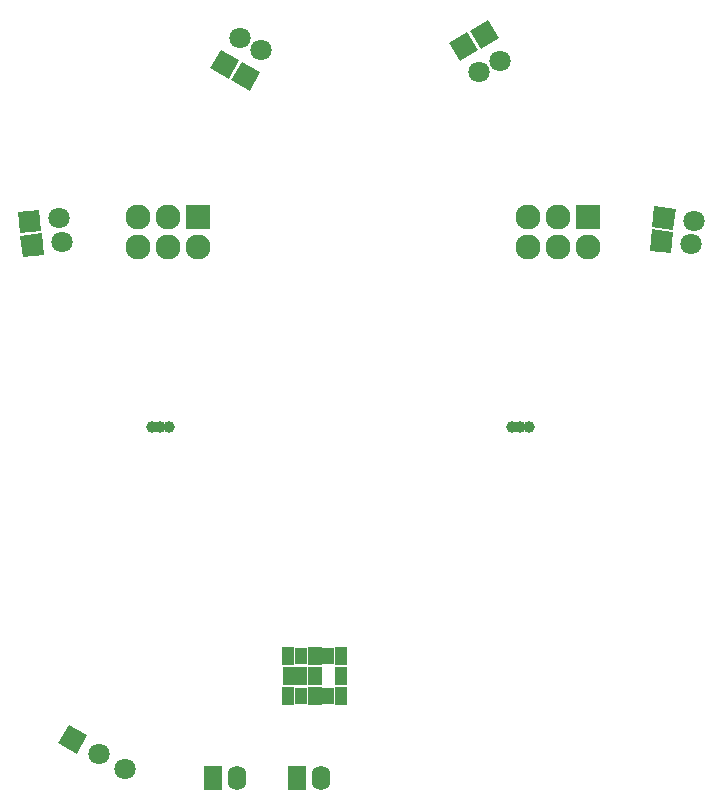
<source format=gbs>
G04 #@! TF.FileFunction,Soldermask,Bot*
%FSLAX46Y46*%
G04 Gerber Fmt 4.6, Leading zero omitted, Abs format (unit mm)*
G04 Created by KiCad (PCBNEW 4.0.1-stable) date 2016/09/09 19:26:17*
%MOMM*%
G01*
G04 APERTURE LIST*
%ADD10C,0.100000*%
%ADD11C,1.800000*%
%ADD12R,2.127200X2.127200*%
%ADD13O,2.127200X2.127200*%
%ADD14C,1.797000*%
%ADD15C,1.000000*%
%ADD16R,1.600000X2.100000*%
%ADD17O,1.600000X2.100000*%
%ADD18R,1.200000X1.500000*%
%ADD19R,1.100000X1.500000*%
%ADD20R,1.100000X1.400000*%
%ADD21R,1.000000X1.500000*%
G04 APERTURE END LIST*
D10*
G36*
X172860855Y-91710994D02*
X173049006Y-89920855D01*
X174839145Y-90109006D01*
X174650994Y-91899145D01*
X172860855Y-91710994D01*
X172860855Y-91710994D01*
G37*
D11*
X176376086Y-91175502D03*
D10*
G36*
X139013423Y-78191423D02*
X137454577Y-77291423D01*
X138354577Y-75732577D01*
X139913423Y-76632577D01*
X139013423Y-78191423D01*
X139013423Y-78191423D01*
G37*
D11*
X139954000Y-74762295D03*
D10*
G36*
X119789006Y-92239145D02*
X119600855Y-90449006D01*
X121390994Y-90260855D01*
X121579145Y-92050994D01*
X119789006Y-92239145D01*
X119789006Y-92239145D01*
G37*
D11*
X123116086Y-90984498D03*
D10*
G36*
X155880577Y-74100577D02*
X157439423Y-73200577D01*
X158339423Y-74759423D01*
X156780577Y-75659423D01*
X155880577Y-74100577D01*
X155880577Y-74100577D01*
G37*
D11*
X158380000Y-76629705D03*
D10*
G36*
X137235423Y-77175423D02*
X135676577Y-76275423D01*
X136576577Y-74716577D01*
X138135423Y-75616577D01*
X137235423Y-77175423D01*
X137235423Y-77175423D01*
G37*
D11*
X138176000Y-73746295D03*
D10*
G36*
X119559006Y-90219145D02*
X119370855Y-88429006D01*
X121160994Y-88240855D01*
X121349145Y-90030994D01*
X119559006Y-90219145D01*
X119559006Y-90219145D01*
G37*
D11*
X122886086Y-88964498D03*
D10*
G36*
X173080855Y-89760994D02*
X173269006Y-87970855D01*
X175059145Y-88159006D01*
X174870994Y-89949145D01*
X173080855Y-89760994D01*
X173080855Y-89760994D01*
G37*
D11*
X176596086Y-89225502D03*
D10*
G36*
X157660577Y-73100577D02*
X159219423Y-72200577D01*
X160119423Y-73759423D01*
X158560577Y-74659423D01*
X157660577Y-73100577D01*
X157660577Y-73100577D01*
G37*
D11*
X160160000Y-75629705D03*
D12*
X134620000Y-88900000D03*
D13*
X134620000Y-91440000D03*
X132080000Y-88900000D03*
X132080000Y-91440000D03*
X129540000Y-88900000D03*
X129540000Y-91440000D03*
D12*
X167640000Y-88900000D03*
D13*
X167640000Y-91440000D03*
X165100000Y-88900000D03*
X165100000Y-91440000D03*
X162560000Y-88900000D03*
X162560000Y-91440000D03*
D10*
G36*
X122810921Y-133424874D02*
X123709421Y-131868626D01*
X125265669Y-132767126D01*
X124367169Y-134323374D01*
X122810921Y-133424874D01*
X122810921Y-133424874D01*
G37*
D14*
X126238000Y-134366000D03*
X128437705Y-135636000D03*
D15*
X131445000Y-106680000D03*
X132195000Y-106680000D03*
X130695000Y-106680000D03*
X161925000Y-106680000D03*
X162675000Y-106680000D03*
X161175000Y-106680000D03*
D16*
X135890000Y-136398000D03*
D17*
X137890000Y-136398000D03*
D16*
X143002000Y-136398000D03*
D17*
X145002000Y-136398000D03*
D18*
X144526000Y-127762000D03*
D19*
X146776000Y-129462000D03*
D20*
X145676000Y-129462000D03*
D18*
X144526000Y-129462000D03*
D20*
X143376000Y-129462000D03*
D19*
X142276000Y-129462000D03*
D21*
X142326000Y-127762000D03*
D19*
X142276000Y-126062000D03*
D20*
X143376000Y-126062000D03*
D18*
X144526000Y-126062000D03*
D20*
X145676000Y-126062000D03*
D19*
X146776000Y-126062000D03*
D21*
X146726000Y-127762000D03*
D19*
X143376000Y-127762000D03*
M02*

</source>
